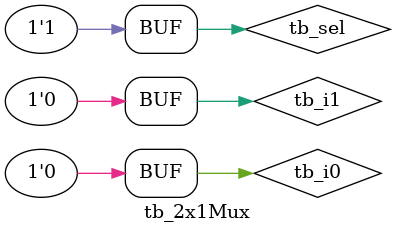
<source format=v>

module tb_2x1Mux;
	// Declare the variables 
	reg tb_i0, tb_i1, tb_sel; // design inputs are declared as 'reg' variables in TB
	wire tb_y; // design outputs are declared as 'wire' variables in TB
	
	// Instantiate the design
	mux2x1 dut(.i0(tb_i0), .i1(tb_i1), .sel(tb_sel), .y(tb_y));
	
	// drive design inputs
	
	initial begin // started at time 0
		tb_i0 = 1;
		tb_i1 = 0;
		tb_sel = 0;
		#1;
		tb_i0 = 1;
		tb_i1 = 1;
		tb_sel = 1;
		#1;	
		tb_i0 = 0;
		tb_i1 = 0;
		tb_sel = 1;
		#1;		
		// simulation will exit here, since intial functionality has completed
	end // 0 time
	
	initial begin 
	$monitor("time = %0t - i0=%b, i1=%b, sel=%b, y=%b", $time, tb_i0, tb_i1, tb_sel, tb_y);
	// even though above code is one line, it repeats for whole simulation time,
	// it keeps monitoring and printing throughout the simulation time
	end
	
	initial begin 
		//$dumpvars(0, tb_2x1Mux);
		$dumpfile("mux.vcd");
		$dumpvars; // This should always come after dumpfile
	end
endmodule
</source>
